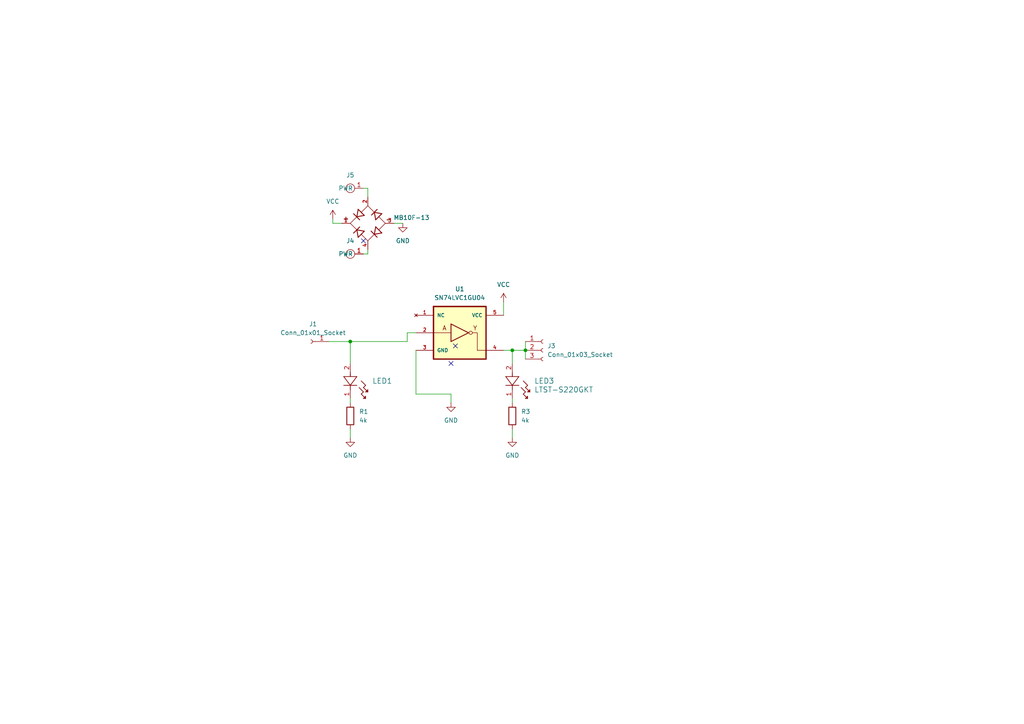
<source format=kicad_sch>
(kicad_sch (version 20230121) (generator eeschema)
  (paper "A4")
  (lib_symbols
    (symbol "Device:R" (pin_numbers hide) (pin_names (offset 0))
      (property "Reference" "R" (at 2.032 0 90))
      (property "Value" "R" (at 0 0 90))
      (symbol "R_0_1"
        (rectangle (start -1.016 -2.54) (end 1.016 2.54) (stroke (width 0.254)))
      )
      (symbol "R_1_1"
        (pin passive line (at 0 3.81 270) (length 1.27) (name "~") (number "1"))
        (pin passive line (at 0 -3.81 90) (length 1.27) (name "~") (number "2"))
      )
    )
    (symbol "DigitalLogicLibrary:8mm_snap" (in_bom no)
      (property "Reference" "J" (at 0 0 0))
      (symbol "8mm_snap_0_1"
        (circle (center 0 0) (radius 1.27))
      )
      (symbol "8mm_snap_1_1"
        (pin output line (at 3.81 0 180) (length 2.54) (name "PWR") (number "1"))
      )
    )
    (symbol "DigitalLogicLibrary:Conn_01x01_Socket" (pin_names (offset 1.016) hide)
      (property "Reference" "J" (at 0 2.54 0))
      (property "Value" "Conn_01x01_Socket" (at 0 -2.54 0))
      (symbol "Conn_01x01_Socket_1_1"
        (polyline (pts (xy -1.27 0) (xy -0.508 0)) (stroke (width 0.1524)))
        (arc (start 0 0.508) (mid -0.5058 0) (end 0 -0.508) (stroke (width 0.1524)))
        (pin passive line (at -5.08 0 0) (length 3.81) (name "Pin_1") (number "1"))
      )
    )
    (symbol "DigitalLogicLibrary:Conn_01x03_Socket" (pin_names (offset 1.016) hide)
      (property "Reference" "J" (at 0 5.08 0))
      (property "Value" "Conn_01x03_Socket" (at 0 -5.08 0))
      (symbol "Conn_01x03_Socket_1_1"
        (arc (start 0 -2.032) (mid -0.5058 -2.54) (end 0 -3.048) (stroke (width 0.1524)))
        (polyline (pts (xy -1.27 -2.54) (xy -0.508 -2.54)) (stroke (width 0.1524)))
        (polyline (pts (xy -1.27 0) (xy -0.508 0)) (stroke (width 0.1524)))
        (polyline (pts (xy -1.27 2.54) (xy -0.508 2.54)) (stroke (width 0.1524)))
        (arc (start 0 0.508) (mid -0.5058 0) (end 0 -0.508) (stroke (width 0.1524)))
        (arc (start 0 3.048) (mid -0.5058 2.54) (end 0 2.032) (stroke (width 0.1524)))
        (pin passive line (at -5.08 2.54 0) (length 3.81) (name "Pin_1") (number "1"))
        (pin passive line (at -5.08 0 0) (length 3.81) (name "Pin_2") (number "2"))
        (pin passive line (at -5.08 -2.54 0) (length 3.81) (name "Pin_3") (number "3"))
      )
    )
    (symbol "DigitalLogicLibrary:LTST-S220GKT" (pin_names (offset 0.254))
      (property "Reference" "LED" (at 5.08 -4.445 0))
      (property "Value" "LTST-S220GKT" (at 5.08 -7.62 0))
      (symbol "LTST-S220GKT_1_1"
        (polyline (pts (xy 2.54 0) (xy 3.4798 0)) (stroke (width 0.2032)))
        (polyline (pts (xy 3.175 0) (xy 3.81 0)) (stroke (width 0.2032)))
        (polyline (pts (xy 3.81 -1.905) (xy 6.35 0)) (stroke (width 0.2032)))
        (polyline (pts (xy 3.81 1.905) (xy 3.81 -1.905)) (stroke (width 0.2032)))
        (polyline (pts (xy 5.08 3.175) (xy 6.35 4.445)) (stroke (width 0.2032)))
        (polyline (pts (xy 6.35 -1.905) (xy 6.35 1.905)) (stroke (width 0.2032)))
        (polyline (pts (xy 6.35 0) (xy 3.81 1.905)) (stroke (width 0.2032)))
        (polyline (pts (xy 6.35 0) (xy 7.62 0)) (stroke (width 0.2032)))
        (polyline (pts (xy 6.35 4.445) (xy 6.985 3.81)) (stroke (width 0.2032)))
        (polyline (pts (xy 6.985 2.54) (xy 8.255 3.81)) (stroke (width 0.2032)))
        (polyline (pts (xy 6.985 3.81) (xy 8.255 5.08)) (stroke (width 0.2032)))
        (polyline (pts (xy 7.62 5.08) (xy 8.255 4.445)) (stroke (width 0.2032)))
        (polyline (pts (xy 8.255 3.81) (xy 8.89 3.175)) (stroke (width 0.2032)))
        (polyline (pts (xy 8.255 4.445) (xy 8.255 5.08)) (stroke (width 0.2032)))
        (polyline (pts (xy 8.255 5.08) (xy 7.62 5.08)) (stroke (width 0.2032)))
        (polyline (pts (xy 8.89 3.175) (xy 10.16 4.445)) (stroke (width 0.2032)))
        (polyline (pts (xy 9.525 4.445) (xy 10.16 3.81)) (stroke (width 0.2032)))
        (polyline (pts (xy 10.16 3.81) (xy 10.16 4.445)) (stroke (width 0.2032)))
        (polyline (pts (xy 10.16 4.445) (xy 9.525 4.445)) (stroke (width 0.2032)))
        (pin unspecified line (at 10.16 0 180) (length 2.54) (name "") (number "1"))
        (pin unspecified line (at 0 0 0) (length 2.54) (name "") (number "2"))
      )
      (symbol "LTST-S220GKT_1_2"
        (polyline (pts (xy -5.08 7.62) (xy -4.445 8.255)) (stroke (width 0.2032)))
        (polyline (pts (xy -5.08 8.255) (xy -5.08 7.62)) (stroke (width 0.2032)))
        (polyline (pts (xy -4.445 6.35) (xy -3.81 6.985)) (stroke (width 0.2032)))
        (polyline (pts (xy -4.445 8.255) (xy -5.08 8.255)) (stroke (width 0.2032)))
        (polyline (pts (xy -4.445 9.525) (xy -3.81 10.16)) (stroke (width 0.2032)))
        (polyline (pts (xy -4.445 10.16) (xy -4.445 9.525)) (stroke (width 0.2032)))
        (polyline (pts (xy -3.81 6.985) (xy -5.08 8.255)) (stroke (width 0.2032)))
        (polyline (pts (xy -3.81 8.255) (xy -3.175 8.89)) (stroke (width 0.2032)))
        (polyline (pts (xy -3.81 10.16) (xy -4.445 10.16)) (stroke (width 0.2032)))
        (polyline (pts (xy -3.175 5.08) (xy -4.445 6.35)) (stroke (width 0.2032)))
        (polyline (pts (xy -3.175 8.89) (xy -4.445 10.16)) (stroke (width 0.2032)))
        (polyline (pts (xy -2.54 6.985) (xy -3.81 8.255)) (stroke (width 0.2032)))
        (polyline (pts (xy -1.905 3.81) (xy 1.905 3.81)) (stroke (width 0.2032)))
        (polyline (pts (xy 0 2.54) (xy 0 3.4798)) (stroke (width 0.2032)))
        (polyline (pts (xy 0 3.175) (xy 0 3.81)) (stroke (width 0.2032)))
        (polyline (pts (xy 0 6.35) (xy -1.905 3.81)) (stroke (width 0.2032)))
        (polyline (pts (xy 0 6.35) (xy 0 7.62)) (stroke (width 0.2032)))
        (polyline (pts (xy 1.905 3.81) (xy 0 6.35)) (stroke (width 0.2032)))
        (polyline (pts (xy 1.905 6.35) (xy -1.905 6.35)) (stroke (width 0.2032)))
        (pin unspecified line (at 0 10.16 270) (length 2.54) (name "") (number "1"))
        (pin unspecified line (at 0 0 90) (length 2.54) (name "") (number "2"))
      )
    )
    (symbol "DigitalLogicLibrary:MB10F-13" (pin_names (offset 1.016))
      (property "Reference" "D" (at 5.08 5.08 0))
      (property "Value" "MB10F-13" (at 5.08 -7.62 0))
      (symbol "MB10F-13_0_0"
        (polyline (pts (xy -6.858 1.27) (xy -5.842 1.27)) (stroke (width 0.254)))
        (polyline (pts (xy -6.35 0.762) (xy -6.35 1.778)) (stroke (width 0.254)))
        (polyline (pts (xy -5.08 0) (xy -3.175 -1.905)) (stroke (width 0.1524)))
        (polyline (pts (xy -3.175 -1.905) (xy -2.794 -4.064)) (stroke (width 0.254)))
        (polyline (pts (xy -3.175 -1.905) (xy -1.016 -2.286)) (stroke (width 0.254)))
        (polyline (pts (xy -3.175 1.905) (xy -5.08 0)) (stroke (width 0.1524)))
        (polyline (pts (xy -3.175 1.905) (xy -2.794 4.064)) (stroke (width 0.254)))
        (polyline (pts (xy -3.175 1.905) (xy -1.016 2.286)) (stroke (width 0.254)))
        (polyline (pts (xy -2.3622 -1.0668) (xy -4.1402 -2.8448)) (stroke (width 0.254)))
        (polyline (pts (xy -2.3622 1.016) (xy -4.1402 2.794)) (stroke (width 0.254)))
        (polyline (pts (xy -1.016 -2.286) (xy -2.794 -4.064)) (stroke (width 0.254)))
        (polyline (pts (xy -1.016 2.286) (xy -2.794 4.064)) (stroke (width 0.254)))
        (polyline (pts (xy 0 -5.08) (xy -1.8034 -3.2766)) (stroke (width 0.1524)))
        (polyline (pts (xy 0 -5.08) (xy 1.905 -3.175)) (stroke (width 0.1524)))
        (polyline (pts (xy 0 5.08) (xy -1.8034 3.2766)) (stroke (width 0.1524)))
        (polyline (pts (xy 1.905 -3.175) (xy 2.286 -1.016)) (stroke (width 0.254)))
        (polyline (pts (xy 1.905 -3.175) (xy 4.064 -2.794)) (stroke (width 0.254)))
        (polyline (pts (xy 1.905 3.175) (xy 0 5.08)) (stroke (width 0.1524)))
        (polyline (pts (xy 1.905 3.175) (xy 2.286 1.016)) (stroke (width 0.254)))
        (polyline (pts (xy 1.905 3.175) (xy 4.064 2.794)) (stroke (width 0.254)))
        (polyline (pts (xy 2.7178 -4.0386) (xy 0.9398 -2.2606)) (stroke (width 0.254)))
        (polyline (pts (xy 2.7178 4.0386) (xy 1.0668 2.3876)) (stroke (width 0.254)))
        (polyline (pts (xy 3.2766 -1.8034) (xy 5.08 0)) (stroke (width 0.1524)))
        (polyline (pts (xy 4.064 -2.794) (xy 2.286 -1.016)) (stroke (width 0.254)))
        (polyline (pts (xy 4.064 2.794) (xy 2.286 1.016)) (stroke (width 0.254)))
        (polyline (pts (xy 5.08 0) (xy 3.2766 1.8034)) (stroke (width 0.1524)))
        (polyline (pts (xy 5.588 1.016) (xy 6.604 1.016)) (stroke (width 0.254)))
        (pin passive line (at -7.62 0 0) (length 2.54) (name "~") (number "1"))
        (pin passive line (at 0 7.62 270) (length 2.54) (name "~") (number "2"))
        (pin passive line (at 7.62 0 180) (length 2.54) (name "~") (number "3"))
        (pin passive line (at 0 -7.62 90) (length 2.54) (name "~") (number "4"))
      )
    )
    (symbol "DigitalLogicLibrary:SN74LVC1GU04" (pin_names (offset 1.016))
      (property "Reference" "U" (at -6.3587 8.9022 0))
      (property "Value" "SN74LVC1GU04" (at -6.3602 -10.8123 0))
      (symbol "SN74LVC1GU04_0_0"
        (rectangle (start -7.62 -7.62) (end 7.62 7.62) (stroke (width 0.4064)) (fill (type background)))
        (polyline (pts (xy -2.54 -2.54) (xy -2.54 0)) (stroke (width 0.254)))
        (polyline (pts (xy -2.54 0) (xy -7.62 0)) (stroke (width 0.1524)))
        (polyline (pts (xy -2.54 0) (xy -2.54 2.54)) (stroke (width 0.254)))
        (polyline (pts (xy -2.54 2.54) (xy 2.54 0)) (stroke (width 0.254)))
        (polyline (pts (xy 2.54 0) (xy -2.54 -2.54)) (stroke (width 0.254)))
        (polyline (pts (xy 3.683 0) (xy 5.08 0)) (stroke (width 0.1524)))
        (polyline (pts (xy 5.08 -5.08) (xy 7.62 -5.08)) (stroke (width 0.1524)))
        (polyline (pts (xy 5.08 0) (xy 5.08 -5.08)) (stroke (width 0.1524)))
        (circle (center 3.1751 0) (radius 0.4762) (stroke (width 0.1524)))
        (text "A" (at -5.0841 0.6355 0) (effects (font (size 1.271 1.271)) (justify left bottom)))
        (text "Y" (at 3.8135 0.6356 0) (effects (font (size 1.2712 1.2712)) (justify left bottom)))
        (pin no_connect line (at -12.7 5.08 0) (length 5.08) (name "NC") (number "1"))
        (pin input line (at -12.7 0 0) (length 5.08) (name "~") (number "2"))
        (pin power_in line (at -12.7 -5.08 0) (length 5.08) (name "GND") (number "3"))
        (pin output line (at 12.7 -5.08 180) (length 5.08) (name "~") (number "4"))
        (pin power_in line (at 12.7 5.08 180) (length 5.08) (name "VCC") (number "5"))
      )
    )
    (symbol "power:GND" (power) (pin_names (offset 0))
      (property "Value" "GND" (at 0 -3.81 0))
      (symbol "GND_0_1"
        (polyline (pts (xy 0 0) (xy 0 -1.27) (xy 1.27 -1.27) (xy 0 -2.54) (xy -1.27 -1.27) (xy 0 -1.27)))
      )
      (symbol "GND_1_1"
        (pin power_in line (at 0 0 270) (length 0) hide (name "GND") (number "1"))
      )
    )
    (symbol "power:VCC" (power) (pin_names (offset 0))
      (property "Value" "VCC" (at 0 3.81 0))
      (symbol "VCC_0_1"
        (polyline (pts (xy -0.762 1.27) (xy 0 2.54)))
        (polyline (pts (xy 0 0) (xy 0 2.54)))
        (polyline (pts (xy 0 2.54) (xy 0.762 1.27)))
      )
      (symbol "VCC_1_1"
        (pin power_in line (at 0 0 90) (length 0) hide (name "VCC") (number "1"))
      )
    )
  )
  (junction (at 148.59 101.6))
  (junction (at 101.6 99.06))
  (junction (at 152.4 101.6))
  (no_connect (at 132.08 100.33))
  (no_connect (at 105.41 69.85))
  (no_connect (at 130.81 105.41))
  (wire (pts (xy 152.4 101.6) (xy 152.4 104.14)))
  (wire (pts (xy 106.68 72.39) (xy 106.68 73.66)))
  (wire (pts (xy 101.6 99.06) (xy 101.6 105.41)))
  (wire (pts (xy 148.59 115.57) (xy 148.59 116.84)))
  (wire (pts (xy 120.65 114.3) (xy 130.81 114.3)))
  (wire (pts (xy 148.59 124.46) (xy 148.59 127)))
  (wire (pts (xy 96.52 63.5) (xy 96.52 64.77)))
  (wire (pts (xy 101.6 99.06) (xy 118.11 99.06)))
  (wire (pts (xy 146.05 87.63) (xy 146.05 91.44)))
  (wire (pts (xy 120.65 101.6) (xy 120.65 114.3)))
  (wire (pts (xy 105.41 54.61) (xy 106.68 54.61)))
  (wire (pts (xy 148.59 101.6) (xy 148.59 105.41)))
  (wire (pts (xy 130.81 114.3) (xy 130.81 116.84)))
  (wire (pts (xy 114.3 64.77) (xy 116.84 64.77)))
  (wire (pts (xy 146.05 101.6) (xy 148.59 101.6)))
  (wire (pts (xy 152.4 99.06) (xy 152.4 101.6)))
  (wire (pts (xy 118.11 96.52) (xy 118.11 99.06)))
  (wire (pts (xy 120.65 96.52) (xy 118.11 96.52)))
  (wire (pts (xy 96.52 64.77) (xy 99.06 64.77)))
  (wire (pts (xy 106.68 73.66) (xy 105.41 73.66)))
  (wire (pts (xy 95.25 99.06) (xy 101.6 99.06)))
  (wire (pts (xy 101.6 115.57) (xy 101.6 116.84)))
  (wire (pts (xy 101.6 124.46) (xy 101.6 127)))
  (wire (pts (xy 148.59 101.6) (xy 152.4 101.6)))
  (wire (pts (xy 106.68 54.61) (xy 106.68 57.15)))
  (symbol (lib_id "power:GND") (at 130.81 116.84 0) (unit 1)
    (property "Reference" "#PWR04" (effects hide))
    (property "Value" "GND" (at 130.81 121.92 0))
  )
  (symbol (lib_id "DigitalLogicLibrary:LTST-S220GKT") (at 148.59 105.41 270) (unit 1)
    (property "Reference" "LED3" (at 154.94 110.49 90) (effects (font (size 1.524 1.524)) (justify left)))
    (property "Value" "LTST-S220GKT" (at 154.94 113.03 90) (effects (font (size 1.524 1.524)) (justify left)))
    (property "Footprint" "LED_LTST-S220GKT_LTO" (effects hide))
    (property "Datasheet" "LTST-S220GKT" (effects hide))
  )
  (symbol (lib_id "power:GND") (at 101.6 127 0) (unit 1)
    (property "Reference" "#PWR05" (effects hide))
    (property "Value" "GND" (at 101.6 132.08 0))
  )
  (symbol (lib_id "DigitalLogicLibrary:Conn_01x03_Socket") (at 157.48 101.6 0) (unit 1)
    (property "Reference" "J3" (at 158.75 100.33 0) (effects (justify left)))
    (property "Value" "Conn_01x03_Socket" (at 158.75 102.87 0) (effects (justify left)))
    (property "Footprint" "Connector_PinSocket_2.54mm:PinSocket_1x03_P2.54mm_Vertical" (effects hide))
  )
  (symbol (lib_id "power:VCC") (at 96.52 63.5 0) (unit 1)
    (property "Reference" "#PWR01" (effects hide))
    (property "Value" "VCC" (at 96.52 58.42 0))
  )
  (symbol (lib_id "power:GND") (at 148.59 127 0) (unit 1)
    (property "Reference" "#PWR07" (effects hide))
    (property "Value" "GND" (at 148.59 132.08 0))
  )
  (symbol (lib_id "DigitalLogicLibrary:8mm_snap") (at 101.6 54.61 0) (unit 1) (in_bom no)
    (property "Reference" "J5" (at 101.6 50.8 0))
    (property "Value" "~" (at 101.6 54.61 0))
    (property "Footprint" "DigitalLogicFootprints:8mm-snap" (effects hide))
  )
  (symbol (lib_id "DigitalLogicLibrary:SN74LVC1GU04") (at 133.35 96.52 0) (unit 1)
    (property "Reference" "U1" (at 133.35 83.82 0))
    (property "Value" "SN74LVC1GU04" (at 133.35 86.36 0))
    (property "Footprint" "DigitalLogicFootprints:DBV5" (effects hide))
    (property "MF" "Texas Instruments" (effects hide))
    (property "Description" "\nInverter IC 1 Channel SC-70-5\n" (effects hide))
    (property "Package" "XFBGA-4 Texas Instruments" (effects hide))
    (property "Price" "None" (effects hide))
    (property "SnapEDA_Link" "https://www.snapeda.com/parts/SN74LVC1GU04/Texas+Instruments/view-part/?ref=snap" (effects hide))
    (property "MP" "SN74LVC1GU04" (effects hide))
    (property "Availability" "Not in stock" (effects hide))
    (property "Check_prices" "https://www.snapeda.com/parts/SN74LVC1GU04/Texas+Instruments/view-part/?ref=eda" (effects hide))
  )
  (symbol (lib_id "power:GND") (at 116.84 64.77 0) (unit 1)
    (property "Reference" "#PWR02" (effects hide))
    (property "Value" "GND" (at 116.84 69.85 0))
  )
  (symbol (lib_id "DigitalLogicLibrary:LTST-S220GKT") (at 101.6 105.41 270) (unit 1)
    (property "Reference" "LED1" (at 107.95 110.49 90) (effects (font (size 1.524 1.524)) (justify left)))
    (property "Value" "LTST-S220GKT" (effects hide))
    (property "Footprint" "LED_LTST-S220GKT_LTO" (effects hide))
    (property "Datasheet" "LTST-S220GKT" (effects hide))
  )
  (symbol (lib_id "Device:R") (at 101.6 120.65 0) (unit 1)
    (property "Reference" "R1" (at 104.14 119.38 0) (effects (justify left)))
    (property "Value" "4k" (at 104.14 121.92 0) (effects (justify left)))
    (property "Footprint" "Resistor_SMD:R_0805_2012Metric_Pad1.20x1.40mm_HandSolder" (effects hide))
  )
  (symbol (lib_id "DigitalLogicLibrary:Conn_01x01_Socket") (at 90.17 99.06 180) (unit 1)
    (property "Reference" "J1" (at 90.805 93.98 0))
    (property "Value" "Conn_01x01_Socket" (at 90.805 96.52 0))
    (property "Footprint" "Connector_PinSocket_2.54mm:PinSocket_1x01_P2.54mm_Vertical" (effects hide))
  )
  (symbol (lib_id "power:VCC") (at 146.05 87.63 0) (unit 1)
    (property "Reference" "#PWR03" (effects hide))
    (property "Value" "VCC" (at 146.05 82.55 0))
  )
  (symbol (lib_id "DigitalLogicLibrary:MB10F-13") (at 106.68 64.77 0) (unit 1)
    (property "Reference" "D1" (effects hide))
    (property "Value" "MB10F-13" (at 119.38 63.1191 0))
    (property "Footprint" "DigitalLogicFootprints:DIOB_MB10F-13" (effects hide))
    (property "MF" "Diodes Zetex" (effects hide))
    (property "MAXIMUM_PACKAGE_HEIGHT" "1.8 mm" (effects hide))
    (property "Package" "None" (effects hide))
    (property "Price" "None" (effects hide))
    (property "Check_prices" "https://www.snapeda.com/parts/MB10F-13/Zetex/view-part/?ref=eda" (effects hide))
    (property "STANDARD" "Manufacturer Recommendations" (effects hide))
    (property "PARTREV" "3 - 2" (effects hide))
    (property "SnapEDA_Link" "https://www.snapeda.com/parts/MB10F-13/Zetex/view-part/?ref=snap" (effects hide))
    (property "MP" "MB10F-13" (effects hide))
    (property "Purchase-URL" "https://www.snapeda.com/api/url_track_click_mouser/?unipart_id=6347924&manufacturer=Diodes Zetex&part_name=MB10F-13&search_term=mb10f" (effects hide))
    (property "Description" "\nRectifier Bridge Diode Single 1KV 0.8A 4-Pin MBF T/R\n" (effects hide))
    (property "Availability" "In Stock" (effects hide))
    (property "MANUFACTURER" "Diodes Inc." (effects hide))
  )
  (symbol (lib_id "DigitalLogicLibrary:8mm_snap") (at 101.6 73.66 0) (unit 1) (in_bom no)
    (property "Reference" "J4" (at 101.6 69.85 0))
    (property "Value" "~" (at 101.6 73.66 0))
    (property "Footprint" "DigitalLogicFootprints:8mm-snap" (effects hide))
  )
  (symbol (lib_id "Device:R") (at 148.59 120.65 0) (unit 1)
    (property "Reference" "R3" (at 151.13 119.38 0) (effects (justify left)))
    (property "Value" "4k" (at 151.13 121.92 0) (effects (justify left)))
    (property "Footprint" "Resistor_SMD:R_0805_2012Metric_Pad1.20x1.40mm_HandSolder" (effects hide))
  )
)
</source>
